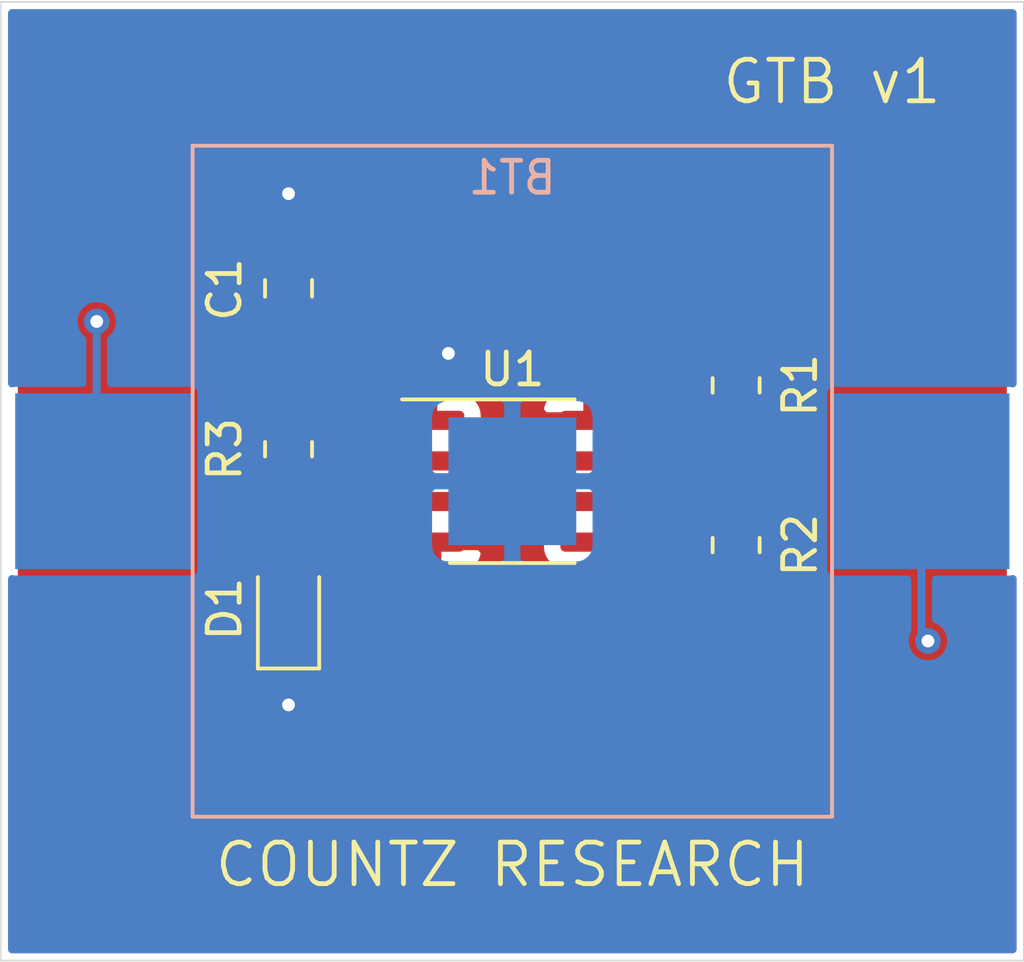
<source format=kicad_pcb>
(kicad_pcb (version 20171130) (host pcbnew "(5.1.9-0-10_14)")

  (general
    (thickness 1.6)
    (drawings 6)
    (tracks 34)
    (zones 0)
    (modules 7)
    (nets 8)
  )

  (page A4)
  (layers
    (0 F.Cu signal)
    (31 B.Cu signal)
    (32 B.Adhes user)
    (33 F.Adhes user)
    (34 B.Paste user)
    (35 F.Paste user)
    (36 B.SilkS user)
    (37 F.SilkS user)
    (38 B.Mask user)
    (39 F.Mask user)
    (40 Dwgs.User user)
    (41 Cmts.User user)
    (42 Eco1.User user)
    (43 Eco2.User user)
    (44 Edge.Cuts user)
    (45 Margin user)
    (46 B.CrtYd user)
    (47 F.CrtYd user)
    (48 B.Fab user)
    (49 F.Fab user)
  )

  (setup
    (last_trace_width 0.25)
    (trace_clearance 0.2)
    (zone_clearance 0.2)
    (zone_45_only no)
    (trace_min 0.2)
    (via_size 0.8)
    (via_drill 0.4)
    (via_min_size 0.4)
    (via_min_drill 0.3)
    (uvia_size 0.3)
    (uvia_drill 0.1)
    (uvias_allowed no)
    (uvia_min_size 0.2)
    (uvia_min_drill 0.1)
    (edge_width 0.05)
    (segment_width 0.2)
    (pcb_text_width 0.3)
    (pcb_text_size 1.5 1.5)
    (mod_edge_width 0.12)
    (mod_text_size 1.3 1.3)
    (mod_text_width 0.15)
    (pad_size 1.524 1.524)
    (pad_drill 0.762)
    (pad_to_mask_clearance 0)
    (aux_axis_origin 0 0)
    (visible_elements FFFFFF7F)
    (pcbplotparams
      (layerselection 0x010fc_ffffffff)
      (usegerberextensions false)
      (usegerberattributes true)
      (usegerberadvancedattributes true)
      (creategerberjobfile true)
      (excludeedgelayer true)
      (linewidth 0.100000)
      (plotframeref false)
      (viasonmask false)
      (mode 1)
      (useauxorigin false)
      (hpglpennumber 1)
      (hpglpenspeed 20)
      (hpglpendiameter 15.000000)
      (psnegative false)
      (psa4output false)
      (plotreference true)
      (plotvalue false)
      (plotinvisibletext false)
      (padsonsilk false)
      (subtractmaskfromsilk false)
      (outputformat 1)
      (mirror false)
      (drillshape 0)
      (scaleselection 1)
      (outputdirectory "gerbers/"))
  )

  (net 0 "")
  (net 1 GND)
  (net 2 "Net-(C1-Pad1)")
  (net 3 "Net-(D1-Pad2)")
  (net 4 "Net-(R1-Pad2)")
  (net 5 "Net-(R3-Pad1)")
  (net 6 "Net-(U1-Pad5)")
  (net 7 /VDD)

  (net_class Default "This is the default net class."
    (clearance 0.2)
    (trace_width 0.25)
    (via_dia 0.8)
    (via_drill 0.4)
    (uvia_dia 0.3)
    (uvia_drill 0.1)
    (add_net /VDD)
    (add_net GND)
    (add_net "Net-(C1-Pad1)")
    (add_net "Net-(D1-Pad2)")
    (add_net "Net-(R1-Pad2)")
    (add_net "Net-(R3-Pad1)")
    (add_net "Net-(U1-Pad5)")
  )

  (module Capacitor_SMD:C_0805_2012Metric_Pad1.18x1.45mm_HandSolder (layer F.Cu) (tedit 5F68FEEF) (tstamp 604B2F41)
    (at 125 97.9625 90)
    (descr "Capacitor SMD 0805 (2012 Metric), square (rectangular) end terminal, IPC_7351 nominal with elongated pad for handsoldering. (Body size source: IPC-SM-782 page 76, https://www.pcb-3d.com/wordpress/wp-content/uploads/ipc-sm-782a_amendment_1_and_2.pdf, https://docs.google.com/spreadsheets/d/1BsfQQcO9C6DZCsRaXUlFlo91Tg2WpOkGARC1WS5S8t0/edit?usp=sharing), generated with kicad-footprint-generator")
    (tags "capacitor handsolder")
    (path /604BAD91)
    (attr smd)
    (fp_text reference C1 (at -0.0375 -2 90) (layer F.SilkS)
      (effects (font (size 1 1) (thickness 0.15)))
    )
    (fp_text value 1U (at 0 1.68 90) (layer F.Fab) hide
      (effects (font (size 1 1) (thickness 0.15)))
    )
    (fp_line (start 1.88 0.98) (end -1.88 0.98) (layer F.CrtYd) (width 0.05))
    (fp_line (start 1.88 -0.98) (end 1.88 0.98) (layer F.CrtYd) (width 0.05))
    (fp_line (start -1.88 -0.98) (end 1.88 -0.98) (layer F.CrtYd) (width 0.05))
    (fp_line (start -1.88 0.98) (end -1.88 -0.98) (layer F.CrtYd) (width 0.05))
    (fp_line (start -0.261252 0.735) (end 0.261252 0.735) (layer F.SilkS) (width 0.12))
    (fp_line (start -0.261252 -0.735) (end 0.261252 -0.735) (layer F.SilkS) (width 0.12))
    (fp_line (start 1 0.625) (end -1 0.625) (layer F.Fab) (width 0.1))
    (fp_line (start 1 -0.625) (end 1 0.625) (layer F.Fab) (width 0.1))
    (fp_line (start -1 -0.625) (end 1 -0.625) (layer F.Fab) (width 0.1))
    (fp_line (start -1 0.625) (end -1 -0.625) (layer F.Fab) (width 0.1))
    (fp_text user %R (at 0 0 90) (layer F.Fab)
      (effects (font (size 0.5 0.5) (thickness 0.08)))
    )
    (pad 1 smd roundrect (at -1.0375 0 90) (size 1.175 1.45) (layers F.Cu F.Paste F.Mask) (roundrect_rratio 0.2127659574468085)
      (net 2 "Net-(C1-Pad1)"))
    (pad 2 smd roundrect (at 1.0375 0 90) (size 1.175 1.45) (layers F.Cu F.Paste F.Mask) (roundrect_rratio 0.2127659574468085)
      (net 1 GND))
    (model ${KISYS3DMOD}/Capacitor_SMD.3dshapes/C_0805_2012Metric.wrl
      (at (xyz 0 0 0))
      (scale (xyz 1 1 1))
      (rotate (xyz 0 0 0))
    )
  )

  (module Package_SO:SOIC-8_3.9x4.9mm_P1.27mm (layer F.Cu) (tedit 5D9F72B1) (tstamp 604B244F)
    (at 132 104)
    (descr "SOIC, 8 Pin (JEDEC MS-012AA, https://www.analog.com/media/en/package-pcb-resources/package/pkg_pdf/soic_narrow-r/r_8.pdf), generated with kicad-footprint-generator ipc_gullwing_generator.py")
    (tags "SOIC SO")
    (path /604B7F99)
    (attr smd)
    (fp_text reference U1 (at 0 -3.5) (layer F.SilkS)
      (effects (font (size 1 1) (thickness 0.15)))
    )
    (fp_text value 7555 (at 0 3.4) (layer F.Fab) hide
      (effects (font (size 1 1) (thickness 0.15)))
    )
    (fp_text user %R (at 0 0) (layer F.Fab)
      (effects (font (size 0.98 0.98) (thickness 0.15)))
    )
    (fp_line (start 0 2.56) (end 1.95 2.56) (layer F.SilkS) (width 0.12))
    (fp_line (start 0 2.56) (end -1.95 2.56) (layer F.SilkS) (width 0.12))
    (fp_line (start 0 -2.56) (end 1.95 -2.56) (layer F.SilkS) (width 0.12))
    (fp_line (start 0 -2.56) (end -3.45 -2.56) (layer F.SilkS) (width 0.12))
    (fp_line (start -0.975 -2.45) (end 1.95 -2.45) (layer F.Fab) (width 0.1))
    (fp_line (start 1.95 -2.45) (end 1.95 2.45) (layer F.Fab) (width 0.1))
    (fp_line (start 1.95 2.45) (end -1.95 2.45) (layer F.Fab) (width 0.1))
    (fp_line (start -1.95 2.45) (end -1.95 -1.475) (layer F.Fab) (width 0.1))
    (fp_line (start -1.95 -1.475) (end -0.975 -2.45) (layer F.Fab) (width 0.1))
    (fp_line (start -3.7 -2.7) (end -3.7 2.7) (layer F.CrtYd) (width 0.05))
    (fp_line (start -3.7 2.7) (end 3.7 2.7) (layer F.CrtYd) (width 0.05))
    (fp_line (start 3.7 2.7) (end 3.7 -2.7) (layer F.CrtYd) (width 0.05))
    (fp_line (start 3.7 -2.7) (end -3.7 -2.7) (layer F.CrtYd) (width 0.05))
    (pad 8 smd roundrect (at 2.475 -1.905) (size 1.95 0.6) (layers F.Cu F.Paste F.Mask) (roundrect_rratio 0.25)
      (net 7 /VDD))
    (pad 7 smd roundrect (at 2.475 -0.635) (size 1.95 0.6) (layers F.Cu F.Paste F.Mask) (roundrect_rratio 0.25)
      (net 4 "Net-(R1-Pad2)"))
    (pad 6 smd roundrect (at 2.475 0.635) (size 1.95 0.6) (layers F.Cu F.Paste F.Mask) (roundrect_rratio 0.25)
      (net 2 "Net-(C1-Pad1)"))
    (pad 5 smd roundrect (at 2.475 1.905) (size 1.95 0.6) (layers F.Cu F.Paste F.Mask) (roundrect_rratio 0.25)
      (net 6 "Net-(U1-Pad5)"))
    (pad 4 smd roundrect (at -2.475 1.905) (size 1.95 0.6) (layers F.Cu F.Paste F.Mask) (roundrect_rratio 0.25)
      (net 7 /VDD))
    (pad 3 smd roundrect (at -2.475 0.635) (size 1.95 0.6) (layers F.Cu F.Paste F.Mask) (roundrect_rratio 0.25)
      (net 5 "Net-(R3-Pad1)"))
    (pad 2 smd roundrect (at -2.475 -0.635) (size 1.95 0.6) (layers F.Cu F.Paste F.Mask) (roundrect_rratio 0.25)
      (net 2 "Net-(C1-Pad1)"))
    (pad 1 smd roundrect (at -2.475 -1.905) (size 1.95 0.6) (layers F.Cu F.Paste F.Mask) (roundrect_rratio 0.25)
      (net 1 GND))
    (model ${KISYS3DMOD}/Package_SO.3dshapes/SOIC-8_3.9x4.9mm_P1.27mm.wrl
      (at (xyz 0 0 0))
      (scale (xyz 1 1 1))
      (rotate (xyz 0 0 0))
    )
  )

  (module Resistor_SMD:R_0805_2012Metric_Pad1.20x1.40mm_HandSolder (layer F.Cu) (tedit 5F68FEEE) (tstamp 604B2ECE)
    (at 125 103 270)
    (descr "Resistor SMD 0805 (2012 Metric), square (rectangular) end terminal, IPC_7351 nominal with elongated pad for handsoldering. (Body size source: IPC-SM-782 page 72, https://www.pcb-3d.com/wordpress/wp-content/uploads/ipc-sm-782a_amendment_1_and_2.pdf), generated with kicad-footprint-generator")
    (tags "resistor handsolder")
    (path /604BA330)
    (attr smd)
    (fp_text reference R3 (at 0 2 90) (layer F.SilkS)
      (effects (font (size 1 1) (thickness 0.15)))
    )
    (fp_text value 1K (at 0 1.65 90) (layer F.Fab) hide
      (effects (font (size 1 1) (thickness 0.15)))
    )
    (fp_line (start 1.85 0.95) (end -1.85 0.95) (layer F.CrtYd) (width 0.05))
    (fp_line (start 1.85 -0.95) (end 1.85 0.95) (layer F.CrtYd) (width 0.05))
    (fp_line (start -1.85 -0.95) (end 1.85 -0.95) (layer F.CrtYd) (width 0.05))
    (fp_line (start -1.85 0.95) (end -1.85 -0.95) (layer F.CrtYd) (width 0.05))
    (fp_line (start -0.227064 0.735) (end 0.227064 0.735) (layer F.SilkS) (width 0.12))
    (fp_line (start -0.227064 -0.735) (end 0.227064 -0.735) (layer F.SilkS) (width 0.12))
    (fp_line (start 1 0.625) (end -1 0.625) (layer F.Fab) (width 0.1))
    (fp_line (start 1 -0.625) (end 1 0.625) (layer F.Fab) (width 0.1))
    (fp_line (start -1 -0.625) (end 1 -0.625) (layer F.Fab) (width 0.1))
    (fp_line (start -1 0.625) (end -1 -0.625) (layer F.Fab) (width 0.1))
    (fp_text user %R (at 0 0 90) (layer F.Fab)
      (effects (font (size 0.5 0.5) (thickness 0.08)))
    )
    (pad 1 smd roundrect (at -1 0 270) (size 1.2 1.4) (layers F.Cu F.Paste F.Mask) (roundrect_rratio 0.2083325)
      (net 5 "Net-(R3-Pad1)"))
    (pad 2 smd roundrect (at 1 0 270) (size 1.2 1.4) (layers F.Cu F.Paste F.Mask) (roundrect_rratio 0.2083325)
      (net 3 "Net-(D1-Pad2)"))
    (model ${KISYS3DMOD}/Resistor_SMD.3dshapes/R_0805_2012Metric.wrl
      (at (xyz 0 0 0))
      (scale (xyz 1 1 1))
      (rotate (xyz 0 0 0))
    )
  )

  (module Resistor_SMD:R_0805_2012Metric_Pad1.20x1.40mm_HandSolder (layer F.Cu) (tedit 5F68FEEE) (tstamp 604B227F)
    (at 139 106 270)
    (descr "Resistor SMD 0805 (2012 Metric), square (rectangular) end terminal, IPC_7351 nominal with elongated pad for handsoldering. (Body size source: IPC-SM-782 page 72, https://www.pcb-3d.com/wordpress/wp-content/uploads/ipc-sm-782a_amendment_1_and_2.pdf), generated with kicad-footprint-generator")
    (tags "resistor handsolder")
    (path /604B9E81)
    (attr smd)
    (fp_text reference R2 (at 0 -2 90) (layer F.SilkS)
      (effects (font (size 1 1) (thickness 0.15)))
    )
    (fp_text value 470K (at 0 1.65 90) (layer F.Fab) hide
      (effects (font (size 1 1) (thickness 0.15)))
    )
    (fp_text user %R (at 0 0 90) (layer F.Fab)
      (effects (font (size 0.5 0.5) (thickness 0.08)))
    )
    (fp_line (start -1 0.625) (end -1 -0.625) (layer F.Fab) (width 0.1))
    (fp_line (start -1 -0.625) (end 1 -0.625) (layer F.Fab) (width 0.1))
    (fp_line (start 1 -0.625) (end 1 0.625) (layer F.Fab) (width 0.1))
    (fp_line (start 1 0.625) (end -1 0.625) (layer F.Fab) (width 0.1))
    (fp_line (start -0.227064 -0.735) (end 0.227064 -0.735) (layer F.SilkS) (width 0.12))
    (fp_line (start -0.227064 0.735) (end 0.227064 0.735) (layer F.SilkS) (width 0.12))
    (fp_line (start -1.85 0.95) (end -1.85 -0.95) (layer F.CrtYd) (width 0.05))
    (fp_line (start -1.85 -0.95) (end 1.85 -0.95) (layer F.CrtYd) (width 0.05))
    (fp_line (start 1.85 -0.95) (end 1.85 0.95) (layer F.CrtYd) (width 0.05))
    (fp_line (start 1.85 0.95) (end -1.85 0.95) (layer F.CrtYd) (width 0.05))
    (pad 2 smd roundrect (at 1 0 270) (size 1.2 1.4) (layers F.Cu F.Paste F.Mask) (roundrect_rratio 0.2083325)
      (net 2 "Net-(C1-Pad1)"))
    (pad 1 smd roundrect (at -1 0 270) (size 1.2 1.4) (layers F.Cu F.Paste F.Mask) (roundrect_rratio 0.2083325)
      (net 4 "Net-(R1-Pad2)"))
    (model ${KISYS3DMOD}/Resistor_SMD.3dshapes/R_0805_2012Metric.wrl
      (at (xyz 0 0 0))
      (scale (xyz 1 1 1))
      (rotate (xyz 0 0 0))
    )
  )

  (module Resistor_SMD:R_0805_2012Metric_Pad1.20x1.40mm_HandSolder (layer F.Cu) (tedit 5F68FEEE) (tstamp 604B226E)
    (at 139 101 270)
    (descr "Resistor SMD 0805 (2012 Metric), square (rectangular) end terminal, IPC_7351 nominal with elongated pad for handsoldering. (Body size source: IPC-SM-782 page 72, https://www.pcb-3d.com/wordpress/wp-content/uploads/ipc-sm-782a_amendment_1_and_2.pdf), generated with kicad-footprint-generator")
    (tags "resistor handsolder")
    (path /604B9938)
    (attr smd)
    (fp_text reference R1 (at 0 -2 90) (layer F.SilkS)
      (effects (font (size 1 1) (thickness 0.15)))
    )
    (fp_text value 1K (at 0 1.65 90) (layer F.Fab) hide
      (effects (font (size 1 1) (thickness 0.15)))
    )
    (fp_text user %R (at 0 0 90) (layer F.Fab)
      (effects (font (size 0.5 0.5) (thickness 0.08)))
    )
    (fp_line (start -1 0.625) (end -1 -0.625) (layer F.Fab) (width 0.1))
    (fp_line (start -1 -0.625) (end 1 -0.625) (layer F.Fab) (width 0.1))
    (fp_line (start 1 -0.625) (end 1 0.625) (layer F.Fab) (width 0.1))
    (fp_line (start 1 0.625) (end -1 0.625) (layer F.Fab) (width 0.1))
    (fp_line (start -0.227064 -0.735) (end 0.227064 -0.735) (layer F.SilkS) (width 0.12))
    (fp_line (start -0.227064 0.735) (end 0.227064 0.735) (layer F.SilkS) (width 0.12))
    (fp_line (start -1.85 0.95) (end -1.85 -0.95) (layer F.CrtYd) (width 0.05))
    (fp_line (start -1.85 -0.95) (end 1.85 -0.95) (layer F.CrtYd) (width 0.05))
    (fp_line (start 1.85 -0.95) (end 1.85 0.95) (layer F.CrtYd) (width 0.05))
    (fp_line (start 1.85 0.95) (end -1.85 0.95) (layer F.CrtYd) (width 0.05))
    (pad 2 smd roundrect (at 1 0 270) (size 1.2 1.4) (layers F.Cu F.Paste F.Mask) (roundrect_rratio 0.2083325)
      (net 4 "Net-(R1-Pad2)"))
    (pad 1 smd roundrect (at -1 0 270) (size 1.2 1.4) (layers F.Cu F.Paste F.Mask) (roundrect_rratio 0.2083325)
      (net 7 /VDD))
    (model ${KISYS3DMOD}/Resistor_SMD.3dshapes/R_0805_2012Metric.wrl
      (at (xyz 0 0 0))
      (scale (xyz 1 1 1))
      (rotate (xyz 0 0 0))
    )
  )

  (module LED_SMD:LED_0805_2012Metric_Pad1.15x1.40mm_HandSolder (layer F.Cu) (tedit 5F68FEF1) (tstamp 604B2605)
    (at 125 108 90)
    (descr "LED SMD 0805 (2012 Metric), square (rectangular) end terminal, IPC_7351 nominal, (Body size source: https://docs.google.com/spreadsheets/d/1BsfQQcO9C6DZCsRaXUlFlo91Tg2WpOkGARC1WS5S8t0/edit?usp=sharing), generated with kicad-footprint-generator")
    (tags "LED handsolder")
    (path /604BB90F)
    (attr smd)
    (fp_text reference D1 (at 0 -2 90) (layer F.SilkS)
      (effects (font (size 1 1) (thickness 0.15)))
    )
    (fp_text value LED (at 0 1.65 90) (layer F.Fab) hide
      (effects (font (size 1 1) (thickness 0.15)))
    )
    (fp_text user %R (at 0 0 90) (layer F.Fab)
      (effects (font (size 0.5 0.5) (thickness 0.08)))
    )
    (fp_line (start 1 -0.6) (end -0.7 -0.6) (layer F.Fab) (width 0.1))
    (fp_line (start -0.7 -0.6) (end -1 -0.3) (layer F.Fab) (width 0.1))
    (fp_line (start -1 -0.3) (end -1 0.6) (layer F.Fab) (width 0.1))
    (fp_line (start -1 0.6) (end 1 0.6) (layer F.Fab) (width 0.1))
    (fp_line (start 1 0.6) (end 1 -0.6) (layer F.Fab) (width 0.1))
    (fp_line (start 1 -0.96) (end -1.86 -0.96) (layer F.SilkS) (width 0.12))
    (fp_line (start -1.86 -0.96) (end -1.86 0.96) (layer F.SilkS) (width 0.12))
    (fp_line (start -1.86 0.96) (end 1 0.96) (layer F.SilkS) (width 0.12))
    (fp_line (start -1.85 0.95) (end -1.85 -0.95) (layer F.CrtYd) (width 0.05))
    (fp_line (start -1.85 -0.95) (end 1.85 -0.95) (layer F.CrtYd) (width 0.05))
    (fp_line (start 1.85 -0.95) (end 1.85 0.95) (layer F.CrtYd) (width 0.05))
    (fp_line (start 1.85 0.95) (end -1.85 0.95) (layer F.CrtYd) (width 0.05))
    (pad 2 smd roundrect (at 1.025 0 90) (size 1.15 1.4) (layers F.Cu F.Paste F.Mask) (roundrect_rratio 0.2173904347826087)
      (net 3 "Net-(D1-Pad2)"))
    (pad 1 smd roundrect (at -1.025 0 90) (size 1.15 1.4) (layers F.Cu F.Paste F.Mask) (roundrect_rratio 0.2173904347826087)
      (net 1 GND))
    (model ${KISYS3DMOD}/LED_SMD.3dshapes/LED_0805_2012Metric.wrl
      (at (xyz 0 0 0))
      (scale (xyz 1 1 1))
      (rotate (xyz 0 0 0))
    )
  )

  (module getting_to_blinky:S8211-46R (layer B.Cu) (tedit 604AC940) (tstamp 604B2239)
    (at 132 104)
    (path /604BC464)
    (fp_text reference BT1 (at 0 -9.5) (layer B.SilkS)
      (effects (font (size 1 1) (thickness 0.15)) (justify mirror))
    )
    (fp_text value CR2032 (at 0 5.08) (layer B.Fab) hide
      (effects (font (size 1 1) (thickness 0.15)) (justify mirror))
    )
    (fp_line (start -10 10.5) (end 10 10.5) (layer B.SilkS) (width 0.12))
    (fp_line (start 10 10.5) (end 10 -10.5) (layer B.SilkS) (width 0.12))
    (fp_line (start 10 -10.5) (end -10 -10.5) (layer B.SilkS) (width 0.12))
    (fp_line (start -10 -10.5) (end -10 10.5) (layer B.SilkS) (width 0.12))
    (fp_line (start -15.5 0) (end -15.5 15) (layer B.CrtYd) (width 0.12))
    (fp_line (start -15.5 15) (end 15.5 15) (layer B.CrtYd) (width 0.12))
    (fp_line (start 15.5 15) (end 15.5 -15) (layer B.CrtYd) (width 0.12))
    (fp_line (start 15.5 -15) (end -15.5 -15) (layer B.CrtYd) (width 0.12))
    (fp_line (start -15.5 -15) (end -15.5 0) (layer B.CrtYd) (width 0.12))
    (pad 1 smd rect (at 12.8 0) (size 5.5 5.5) (layers B.Cu B.Paste B.Mask)
      (net 7 /VDD))
    (pad 2 smd rect (at 0 0) (size 4 4) (layers B.Cu B.Paste B.Mask)
      (net 1 GND))
    (pad 1 smd rect (at -12.8 0) (size 5.5 5.5) (layers B.Cu B.Paste B.Mask)
      (net 7 /VDD))
  )

  (gr_text "GTB v1" (at 142 91.5) (layer F.SilkS)
    (effects (font (size 1.3 1.3) (thickness 0.15)))
  )
  (gr_text "COUNTZ RESEARCH" (at 132 116) (layer F.SilkS)
    (effects (font (size 1.3 1.3) (thickness 0.15)))
  )
  (gr_line (start 148 89) (end 116 89) (layer Edge.Cuts) (width 0.05) (tstamp 604B23A9))
  (gr_line (start 148 119) (end 148 89) (layer Edge.Cuts) (width 0.05))
  (gr_line (start 116 119) (end 148 119) (layer Edge.Cuts) (width 0.05))
  (gr_line (start 116 89) (end 116 119) (layer Edge.Cuts) (width 0.05))

  (segment (start 125 109.025) (end 125 109) (width 0.25) (layer F.Cu) (net 1))
  (segment (start 125 96.925) (end 125 95) (width 0.25) (layer F.Cu) (net 1))
  (via (at 125 95) (size 0.8) (drill 0.4) (layers F.Cu B.Cu) (net 1))
  (segment (start 125 109.025) (end 125 111) (width 0.25) (layer F.Cu) (net 1))
  (via (at 125 111) (size 0.8) (drill 0.4) (layers F.Cu B.Cu) (net 1))
  (segment (start 129.525 102.095) (end 129.525 100.475) (width 0.25) (layer F.Cu) (net 1))
  (segment (start 129.525 100.475) (end 130 100) (width 0.25) (layer F.Cu) (net 1))
  (via (at 130 100) (size 0.8) (drill 0.4) (layers F.Cu B.Cu) (net 1))
  (segment (start 138.3 107) (end 139 107) (width 0.25) (layer F.Cu) (net 2))
  (segment (start 136.635 104.635) (end 139 107) (width 0.25) (layer F.Cu) (net 2))
  (segment (start 134.475 104.635) (end 136.635 104.635) (width 0.25) (layer F.Cu) (net 2))
  (segment (start 131.365 103.365) (end 129.525 103.365) (width 0.25) (layer F.Cu) (net 2))
  (segment (start 132.635 104.635) (end 131.365 103.365) (width 0.25) (layer F.Cu) (net 2))
  (segment (start 134.475 104.635) (end 132.635 104.635) (width 0.25) (layer F.Cu) (net 2))
  (segment (start 128.7775 103.365) (end 129.525 103.365) (width 0.25) (layer F.Cu) (net 2))
  (segment (start 125 99.5875) (end 128.7775 103.365) (width 0.25) (layer F.Cu) (net 2))
  (segment (start 125 99) (end 125 99.5875) (width 0.25) (layer F.Cu) (net 2))
  (segment (start 125 104) (end 125 106.975) (width 0.25) (layer F.Cu) (net 3))
  (segment (start 137.635 103.365) (end 139 102) (width 0.25) (layer F.Cu) (net 4))
  (segment (start 134.475 103.365) (end 137.635 103.365) (width 0.25) (layer F.Cu) (net 4))
  (segment (start 139 104.8) (end 139 105) (width 0.25) (layer F.Cu) (net 4))
  (segment (start 134.475 103.365) (end 137.565 103.365) (width 0.25) (layer F.Cu) (net 4))
  (segment (start 139 105) (end 139 104.6) (width 0.25) (layer F.Cu) (net 4))
  (segment (start 139 104.6) (end 139 102) (width 0.25) (layer F.Cu) (net 4))
  (segment (start 127.635 104.635) (end 129.525 104.635) (width 0.25) (layer F.Cu) (net 5))
  (segment (start 125 102) (end 127.635 104.635) (width 0.25) (layer F.Cu) (net 5))
  (segment (start 136.905 102.095) (end 139 100) (width 0.25) (layer F.Cu) (net 7))
  (segment (start 134.475 102.095) (end 136.905 102.095) (width 0.25) (layer F.Cu) (net 7))
  (segment (start 144.8 108.8) (end 145 109) (width 0.25) (layer B.Cu) (net 7))
  (segment (start 144.8 104) (end 144.8 108.8) (width 0.25) (layer B.Cu) (net 7))
  (segment (start 119.2 104) (end 119 104) (width 0.25) (layer B.Cu) (net 7) (status 1000000))
  (via (at 145 109) (size 0.8) (drill 0.4) (layers F.Cu B.Cu) (net 7))
  (via (at 119 99) (size 0.8) (drill 0.4) (layers F.Cu B.Cu) (net 7))
  (segment (start 119 104) (end 119 99) (width 0.25) (layer B.Cu) (net 7))

  (zone (net 1) (net_name GND) (layer B.Cu) (tstamp 604B3413) (hatch edge 0.508)
    (connect_pads (clearance 0.2))
    (min_thickness 0.25)
    (fill yes (arc_segments 32) (thermal_gap 0.508) (thermal_bridge_width 0.508))
    (polygon
      (pts
        (xy 148 119) (xy 116 119) (xy 116 89) (xy 148 89)
      )
    )
    (filled_polygon
      (pts
        (xy 147.650001 100.940711) (xy 147.613711 100.929703) (xy 147.55 100.923428) (xy 142.05 100.923428) (xy 141.986289 100.929703)
        (xy 141.925026 100.948287) (xy 141.868566 100.978465) (xy 141.819079 101.019079) (xy 141.778465 101.068566) (xy 141.748287 101.125026)
        (xy 141.729703 101.186289) (xy 141.723428 101.25) (xy 141.723428 106.75) (xy 141.729703 106.813711) (xy 141.748287 106.874974)
        (xy 141.778465 106.931434) (xy 141.819079 106.980921) (xy 141.868566 107.021535) (xy 141.925026 107.051713) (xy 141.986289 107.070297)
        (xy 142.05 107.076572) (xy 144.350001 107.076572) (xy 144.350001 108.67472) (xy 144.302861 108.788525) (xy 144.275 108.928594)
        (xy 144.275 109.071406) (xy 144.302861 109.211475) (xy 144.357513 109.343416) (xy 144.436856 109.462161) (xy 144.537839 109.563144)
        (xy 144.656584 109.642487) (xy 144.788525 109.697139) (xy 144.928594 109.725) (xy 145.071406 109.725) (xy 145.211475 109.697139)
        (xy 145.343416 109.642487) (xy 145.462161 109.563144) (xy 145.563144 109.462161) (xy 145.642487 109.343416) (xy 145.697139 109.211475)
        (xy 145.725 109.071406) (xy 145.725 108.928594) (xy 145.697139 108.788525) (xy 145.642487 108.656584) (xy 145.563144 108.537839)
        (xy 145.462161 108.436856) (xy 145.343416 108.357513) (xy 145.25 108.318819) (xy 145.25 107.076572) (xy 147.55 107.076572)
        (xy 147.613711 107.070297) (xy 147.65 107.059289) (xy 147.65 118.65) (xy 116.35 118.65) (xy 116.35 107.059289)
        (xy 116.386289 107.070297) (xy 116.45 107.076572) (xy 121.95 107.076572) (xy 122.013711 107.070297) (xy 122.074974 107.051713)
        (xy 122.131434 107.021535) (xy 122.180921 106.980921) (xy 122.221535 106.931434) (xy 122.251713 106.874974) (xy 122.270297 106.813711)
        (xy 122.276572 106.75) (xy 122.276572 106) (xy 129.363937 106) (xy 129.376159 106.12409) (xy 129.412354 106.243411)
        (xy 129.471133 106.353378) (xy 129.550236 106.449764) (xy 129.646622 106.528867) (xy 129.756589 106.587646) (xy 129.87591 106.623841)
        (xy 130 106.636063) (xy 131.71275 106.633) (xy 131.871 106.47475) (xy 131.871 104.129) (xy 132.129 104.129)
        (xy 132.129 106.47475) (xy 132.28725 106.633) (xy 134 106.636063) (xy 134.12409 106.623841) (xy 134.243411 106.587646)
        (xy 134.353378 106.528867) (xy 134.449764 106.449764) (xy 134.528867 106.353378) (xy 134.587646 106.243411) (xy 134.623841 106.12409)
        (xy 134.636063 106) (xy 134.633 104.28725) (xy 134.47475 104.129) (xy 132.129 104.129) (xy 131.871 104.129)
        (xy 129.52525 104.129) (xy 129.367 104.28725) (xy 129.363937 106) (xy 122.276572 106) (xy 122.276572 102)
        (xy 129.363937 102) (xy 129.367 103.71275) (xy 129.52525 103.871) (xy 131.871 103.871) (xy 131.871 101.52525)
        (xy 132.129 101.52525) (xy 132.129 103.871) (xy 134.47475 103.871) (xy 134.633 103.71275) (xy 134.636063 102)
        (xy 134.623841 101.87591) (xy 134.587646 101.756589) (xy 134.528867 101.646622) (xy 134.449764 101.550236) (xy 134.353378 101.471133)
        (xy 134.243411 101.412354) (xy 134.12409 101.376159) (xy 134 101.363937) (xy 132.28725 101.367) (xy 132.129 101.52525)
        (xy 131.871 101.52525) (xy 131.71275 101.367) (xy 130 101.363937) (xy 129.87591 101.376159) (xy 129.756589 101.412354)
        (xy 129.646622 101.471133) (xy 129.550236 101.550236) (xy 129.471133 101.646622) (xy 129.412354 101.756589) (xy 129.376159 101.87591)
        (xy 129.363937 102) (xy 122.276572 102) (xy 122.276572 101.25) (xy 122.270297 101.186289) (xy 122.251713 101.125026)
        (xy 122.221535 101.068566) (xy 122.180921 101.019079) (xy 122.131434 100.978465) (xy 122.074974 100.948287) (xy 122.013711 100.929703)
        (xy 121.95 100.923428) (xy 119.45 100.923428) (xy 119.45 99.57127) (xy 119.462161 99.563144) (xy 119.563144 99.462161)
        (xy 119.642487 99.343416) (xy 119.697139 99.211475) (xy 119.725 99.071406) (xy 119.725 98.928594) (xy 119.697139 98.788525)
        (xy 119.642487 98.656584) (xy 119.563144 98.537839) (xy 119.462161 98.436856) (xy 119.343416 98.357513) (xy 119.211475 98.302861)
        (xy 119.071406 98.275) (xy 118.928594 98.275) (xy 118.788525 98.302861) (xy 118.656584 98.357513) (xy 118.537839 98.436856)
        (xy 118.436856 98.537839) (xy 118.357513 98.656584) (xy 118.302861 98.788525) (xy 118.275 98.928594) (xy 118.275 99.071406)
        (xy 118.302861 99.211475) (xy 118.357513 99.343416) (xy 118.436856 99.462161) (xy 118.537839 99.563144) (xy 118.550001 99.57127)
        (xy 118.550001 100.923428) (xy 116.45 100.923428) (xy 116.386289 100.929703) (xy 116.35 100.940711) (xy 116.35 89.35)
        (xy 147.650001 89.35)
      )
    )
  )
  (zone (net 7) (net_name /VDD) (layer F.Cu) (tstamp 604B3410) (hatch edge 0.508)
    (connect_pads (clearance 0.508))
    (min_thickness 0.254)
    (fill yes (arc_segments 32) (thermal_gap 0.508) (thermal_bridge_width 0.508))
    (polygon
      (pts
        (xy 148 119) (xy 116 119) (xy 116 89) (xy 148 89)
      )
    )
    (filled_polygon
      (pts
        (xy 147.34 118.34) (xy 116.66 118.34) (xy 116.66 96.5875) (xy 123.636928 96.5875) (xy 123.636928 97.2625)
        (xy 123.653992 97.435754) (xy 123.704528 97.60235) (xy 123.786595 97.755886) (xy 123.897038 97.890462) (xy 123.984817 97.9625)
        (xy 123.897038 98.034538) (xy 123.786595 98.169114) (xy 123.704528 98.32265) (xy 123.653992 98.489246) (xy 123.636928 98.6625)
        (xy 123.636928 99.3375) (xy 123.653992 99.510754) (xy 123.704528 99.67735) (xy 123.786595 99.830886) (xy 123.897038 99.965462)
        (xy 124.031614 100.075905) (xy 124.18515 100.157972) (xy 124.351746 100.208508) (xy 124.525 100.225572) (xy 124.563271 100.225572)
        (xy 125.099627 100.761928) (xy 124.549999 100.761928) (xy 124.376745 100.778992) (xy 124.210149 100.829528) (xy 124.056613 100.911595)
        (xy 123.922038 101.022038) (xy 123.811595 101.156613) (xy 123.729528 101.310149) (xy 123.678992 101.476745) (xy 123.661928 101.649999)
        (xy 123.661928 102.350001) (xy 123.678992 102.523255) (xy 123.729528 102.689851) (xy 123.811595 102.843387) (xy 123.922038 102.977962)
        (xy 123.948891 103) (xy 123.922038 103.022038) (xy 123.811595 103.156613) (xy 123.729528 103.310149) (xy 123.678992 103.476745)
        (xy 123.661928 103.649999) (xy 123.661928 104.350001) (xy 123.678992 104.523255) (xy 123.729528 104.689851) (xy 123.811595 104.843387)
        (xy 123.922038 104.977962) (xy 124.056613 105.088405) (xy 124.210149 105.170472) (xy 124.24 105.179527) (xy 124.240001 105.820473)
        (xy 124.210149 105.829528) (xy 124.056613 105.911595) (xy 123.922038 106.022038) (xy 123.811595 106.156613) (xy 123.729528 106.310149)
        (xy 123.678992 106.476745) (xy 123.661928 106.649999) (xy 123.661928 107.300001) (xy 123.678992 107.473255) (xy 123.729528 107.639851)
        (xy 123.811595 107.793387) (xy 123.922038 107.927962) (xy 124.009816 108) (xy 123.922038 108.072038) (xy 123.811595 108.206613)
        (xy 123.729528 108.360149) (xy 123.678992 108.526745) (xy 123.661928 108.699999) (xy 123.661928 109.350001) (xy 123.678992 109.523255)
        (xy 123.729528 109.689851) (xy 123.811595 109.843387) (xy 123.922038 109.977962) (xy 124.056613 110.088405) (xy 124.210149 110.170472)
        (xy 124.240001 110.179527) (xy 124.240001 110.296288) (xy 124.196063 110.340226) (xy 124.082795 110.509744) (xy 124.004774 110.698102)
        (xy 123.965 110.898061) (xy 123.965 111.101939) (xy 124.004774 111.301898) (xy 124.082795 111.490256) (xy 124.196063 111.659774)
        (xy 124.340226 111.803937) (xy 124.509744 111.917205) (xy 124.698102 111.995226) (xy 124.898061 112.035) (xy 125.101939 112.035)
        (xy 125.301898 111.995226) (xy 125.490256 111.917205) (xy 125.659774 111.803937) (xy 125.803937 111.659774) (xy 125.917205 111.490256)
        (xy 125.995226 111.301898) (xy 126.035 111.101939) (xy 126.035 110.898061) (xy 125.995226 110.698102) (xy 125.917205 110.509744)
        (xy 125.803937 110.340226) (xy 125.76 110.296289) (xy 125.76 110.179527) (xy 125.789851 110.170472) (xy 125.943387 110.088405)
        (xy 126.077962 109.977962) (xy 126.188405 109.843387) (xy 126.270472 109.689851) (xy 126.321008 109.523255) (xy 126.338072 109.350001)
        (xy 126.338072 108.699999) (xy 126.321008 108.526745) (xy 126.270472 108.360149) (xy 126.188405 108.206613) (xy 126.077962 108.072038)
        (xy 125.990184 108) (xy 126.077962 107.927962) (xy 126.188405 107.793387) (xy 126.270472 107.639851) (xy 126.321008 107.473255)
        (xy 126.338072 107.300001) (xy 126.338072 106.649999) (xy 126.321008 106.476745) (xy 126.270472 106.310149) (xy 126.214269 106.205)
        (xy 127.911928 106.205) (xy 127.924188 106.329482) (xy 127.960498 106.44918) (xy 128.019463 106.559494) (xy 128.098815 106.656185)
        (xy 128.195506 106.735537) (xy 128.30582 106.794502) (xy 128.425518 106.830812) (xy 128.55 106.843072) (xy 129.23925 106.84)
        (xy 129.398 106.68125) (xy 129.398 106.032) (xy 129.652 106.032) (xy 129.652 106.68125) (xy 129.81075 106.84)
        (xy 130.5 106.843072) (xy 130.624482 106.830812) (xy 130.74418 106.794502) (xy 130.854494 106.735537) (xy 130.951185 106.656185)
        (xy 131.030537 106.559494) (xy 131.089502 106.44918) (xy 131.125812 106.329482) (xy 131.138072 106.205) (xy 131.135 106.19075)
        (xy 130.97625 106.032) (xy 129.652 106.032) (xy 129.398 106.032) (xy 128.07375 106.032) (xy 127.915 106.19075)
        (xy 127.911928 106.205) (xy 126.214269 106.205) (xy 126.188405 106.156613) (xy 126.077962 106.022038) (xy 125.943387 105.911595)
        (xy 125.789851 105.829528) (xy 125.76 105.820473) (xy 125.76 105.179527) (xy 125.789851 105.170472) (xy 125.943387 105.088405)
        (xy 126.077962 104.977962) (xy 126.188405 104.843387) (xy 126.270472 104.689851) (xy 126.321008 104.523255) (xy 126.332435 104.407237)
        (xy 127.0712 105.146002) (xy 127.094999 105.175001) (xy 127.210724 105.269974) (xy 127.342753 105.340546) (xy 127.486014 105.384003)
        (xy 127.597667 105.395) (xy 127.597675 105.395) (xy 127.635 105.398676) (xy 127.672325 105.395) (xy 127.95013 105.395)
        (xy 127.924188 105.480518) (xy 127.911928 105.605) (xy 127.915 105.61925) (xy 128.07375 105.778) (xy 129.398 105.778)
        (xy 129.398 105.758) (xy 129.652 105.758) (xy 129.652 105.778) (xy 130.97625 105.778) (xy 131.135 105.61925)
        (xy 131.138072 105.605) (xy 131.125812 105.480518) (xy 131.089502 105.36082) (xy 131.030537 105.250506) (xy 131.00627 105.220936)
        (xy 131.078084 105.086582) (xy 131.122929 104.938745) (xy 131.138072 104.785) (xy 131.138072 104.485) (xy 131.122929 104.331255)
        (xy 131.078084 104.183418) (xy 131.046859 104.125) (xy 131.050199 104.125) (xy 132.0712 105.146002) (xy 132.094999 105.175001)
        (xy 132.210724 105.269974) (xy 132.342753 105.340546) (xy 132.486014 105.384003) (xy 132.597667 105.395) (xy 132.597676 105.395)
        (xy 132.634999 105.398676) (xy 132.672322 105.395) (xy 132.953141 105.395) (xy 132.921916 105.453418) (xy 132.877071 105.601255)
        (xy 132.861928 105.755) (xy 132.861928 106.055) (xy 132.877071 106.208745) (xy 132.921916 106.356582) (xy 132.994742 106.492829)
        (xy 133.092749 106.612251) (xy 133.212171 106.710258) (xy 133.348418 106.783084) (xy 133.496255 106.827929) (xy 133.65 106.843072)
        (xy 135.3 106.843072) (xy 135.453745 106.827929) (xy 135.601582 106.783084) (xy 135.737829 106.710258) (xy 135.857251 106.612251)
        (xy 135.955258 106.492829) (xy 136.028084 106.356582) (xy 136.072929 106.208745) (xy 136.088072 106.055) (xy 136.088072 105.755)
        (xy 136.072929 105.601255) (xy 136.028084 105.453418) (xy 135.996859 105.395) (xy 136.320199 105.395) (xy 137.607864 106.682665)
        (xy 137.594454 106.707753) (xy 137.550997 106.851014) (xy 137.536323 107) (xy 137.550997 107.148986) (xy 137.594454 107.292247)
        (xy 137.665026 107.424276) (xy 137.669819 107.430116) (xy 137.678992 107.523255) (xy 137.729528 107.689851) (xy 137.811595 107.843387)
        (xy 137.922038 107.977962) (xy 138.056613 108.088405) (xy 138.210149 108.170472) (xy 138.376745 108.221008) (xy 138.549999 108.238072)
        (xy 139.450001 108.238072) (xy 139.623255 108.221008) (xy 139.789851 108.170472) (xy 139.943387 108.088405) (xy 140.077962 107.977962)
        (xy 140.188405 107.843387) (xy 140.270472 107.689851) (xy 140.321008 107.523255) (xy 140.338072 107.350001) (xy 140.338072 106.649999)
        (xy 140.321008 106.476745) (xy 140.270472 106.310149) (xy 140.188405 106.156613) (xy 140.077962 106.022038) (xy 140.051109 106)
        (xy 140.077962 105.977962) (xy 140.188405 105.843387) (xy 140.270472 105.689851) (xy 140.321008 105.523255) (xy 140.338072 105.350001)
        (xy 140.338072 104.649999) (xy 140.321008 104.476745) (xy 140.270472 104.310149) (xy 140.188405 104.156613) (xy 140.077962 104.022038)
        (xy 139.943387 103.911595) (xy 139.789851 103.829528) (xy 139.76 103.820473) (xy 139.76 103.179527) (xy 139.789851 103.170472)
        (xy 139.943387 103.088405) (xy 140.077962 102.977962) (xy 140.188405 102.843387) (xy 140.270472 102.689851) (xy 140.321008 102.523255)
        (xy 140.338072 102.350001) (xy 140.338072 101.649999) (xy 140.321008 101.476745) (xy 140.270472 101.310149) (xy 140.188405 101.156613)
        (xy 140.121724 101.075363) (xy 140.151185 101.051185) (xy 140.230537 100.954494) (xy 140.289502 100.84418) (xy 140.325812 100.724482)
        (xy 140.338072 100.6) (xy 140.335 100.28575) (xy 140.17625 100.127) (xy 139.127 100.127) (xy 139.127 100.147)
        (xy 138.873 100.147) (xy 138.873 100.127) (xy 137.82375 100.127) (xy 137.665 100.28575) (xy 137.661928 100.6)
        (xy 137.674188 100.724482) (xy 137.710498 100.84418) (xy 137.769463 100.954494) (xy 137.848815 101.051185) (xy 137.878276 101.075363)
        (xy 137.811595 101.156613) (xy 137.729528 101.310149) (xy 137.678992 101.476745) (xy 137.661928 101.649999) (xy 137.661928 102.263271)
        (xy 137.320199 102.605) (xy 136.04987 102.605) (xy 136.075812 102.519482) (xy 136.088072 102.395) (xy 136.085 102.38075)
        (xy 135.92625 102.222) (xy 134.602 102.222) (xy 134.602 102.242) (xy 134.348 102.242) (xy 134.348 102.222)
        (xy 133.02375 102.222) (xy 132.865 102.38075) (xy 132.861928 102.395) (xy 132.874188 102.519482) (xy 132.910498 102.63918)
        (xy 132.969463 102.749494) (xy 132.99373 102.779064) (xy 132.921916 102.913418) (xy 132.877071 103.061255) (xy 132.861928 103.215)
        (xy 132.861928 103.515) (xy 132.877071 103.668745) (xy 132.921916 103.816582) (xy 132.953141 103.875) (xy 132.949802 103.875)
        (xy 131.928804 102.854003) (xy 131.905001 102.824999) (xy 131.789276 102.730026) (xy 131.657247 102.659454) (xy 131.513986 102.615997)
        (xy 131.402333 102.605) (xy 131.402322 102.605) (xy 131.365 102.601324) (xy 131.327678 102.605) (xy 131.046859 102.605)
        (xy 131.078084 102.546582) (xy 131.122929 102.398745) (xy 131.138072 102.245) (xy 131.138072 101.945) (xy 131.123298 101.795)
        (xy 132.861928 101.795) (xy 132.865 101.80925) (xy 133.02375 101.968) (xy 134.348 101.968) (xy 134.348 101.31875)
        (xy 134.602 101.31875) (xy 134.602 101.968) (xy 135.92625 101.968) (xy 136.085 101.80925) (xy 136.088072 101.795)
        (xy 136.075812 101.670518) (xy 136.039502 101.55082) (xy 135.980537 101.440506) (xy 135.901185 101.343815) (xy 135.804494 101.264463)
        (xy 135.69418 101.205498) (xy 135.574482 101.169188) (xy 135.45 101.156928) (xy 134.76075 101.16) (xy 134.602 101.31875)
        (xy 134.348 101.31875) (xy 134.18925 101.16) (xy 133.5 101.156928) (xy 133.375518 101.169188) (xy 133.25582 101.205498)
        (xy 133.145506 101.264463) (xy 133.048815 101.343815) (xy 132.969463 101.440506) (xy 132.910498 101.55082) (xy 132.874188 101.670518)
        (xy 132.861928 101.795) (xy 131.123298 101.795) (xy 131.122929 101.791255) (xy 131.078084 101.643418) (xy 131.005258 101.507171)
        (xy 130.907251 101.387749) (xy 130.787829 101.289742) (xy 130.651582 101.216916) (xy 130.503745 101.172071) (xy 130.35 101.156928)
        (xy 130.285 101.156928) (xy 130.285 100.998587) (xy 130.301898 100.995226) (xy 130.490256 100.917205) (xy 130.659774 100.803937)
        (xy 130.803937 100.659774) (xy 130.917205 100.490256) (xy 130.995226 100.301898) (xy 131.035 100.101939) (xy 131.035 99.898061)
        (xy 130.995226 99.698102) (xy 130.917205 99.509744) (xy 130.843877 99.4) (xy 137.661928 99.4) (xy 137.665 99.71425)
        (xy 137.82375 99.873) (xy 138.873 99.873) (xy 138.873 98.92375) (xy 139.127 98.92375) (xy 139.127 99.873)
        (xy 140.17625 99.873) (xy 140.335 99.71425) (xy 140.338072 99.4) (xy 140.325812 99.275518) (xy 140.289502 99.15582)
        (xy 140.230537 99.045506) (xy 140.151185 98.948815) (xy 140.054494 98.869463) (xy 139.94418 98.810498) (xy 139.824482 98.774188)
        (xy 139.7 98.761928) (xy 139.28575 98.765) (xy 139.127 98.92375) (xy 138.873 98.92375) (xy 138.71425 98.765)
        (xy 138.3 98.761928) (xy 138.175518 98.774188) (xy 138.05582 98.810498) (xy 137.945506 98.869463) (xy 137.848815 98.948815)
        (xy 137.769463 99.045506) (xy 137.710498 99.15582) (xy 137.674188 99.275518) (xy 137.661928 99.4) (xy 130.843877 99.4)
        (xy 130.803937 99.340226) (xy 130.659774 99.196063) (xy 130.490256 99.082795) (xy 130.301898 99.004774) (xy 130.101939 98.965)
        (xy 129.898061 98.965) (xy 129.698102 99.004774) (xy 129.509744 99.082795) (xy 129.340226 99.196063) (xy 129.196063 99.340226)
        (xy 129.082795 99.509744) (xy 129.004774 99.698102) (xy 128.965 99.898061) (xy 128.965 99.959369) (xy 128.961202 99.963997)
        (xy 128.961201 99.963998) (xy 128.890026 100.050724) (xy 128.819454 100.182754) (xy 128.811642 100.208508) (xy 128.783314 100.301898)
        (xy 128.775998 100.326015) (xy 128.761324 100.475) (xy 128.765001 100.512332) (xy 128.765001 101.156928) (xy 128.7 101.156928)
        (xy 128.546255 101.172071) (xy 128.398418 101.216916) (xy 128.262171 101.289742) (xy 128.142749 101.387749) (xy 128.044742 101.507171)
        (xy 128.027232 101.53993) (xy 126.249904 99.762602) (xy 126.295472 99.67735) (xy 126.346008 99.510754) (xy 126.363072 99.3375)
        (xy 126.363072 98.6625) (xy 126.346008 98.489246) (xy 126.295472 98.32265) (xy 126.213405 98.169114) (xy 126.102962 98.034538)
        (xy 126.015183 97.9625) (xy 126.102962 97.890462) (xy 126.213405 97.755886) (xy 126.295472 97.60235) (xy 126.346008 97.435754)
        (xy 126.363072 97.2625) (xy 126.363072 96.5875) (xy 126.346008 96.414246) (xy 126.295472 96.24765) (xy 126.213405 96.094114)
        (xy 126.102962 95.959538) (xy 125.968386 95.849095) (xy 125.81485 95.767028) (xy 125.76 95.75039) (xy 125.76 95.703711)
        (xy 125.803937 95.659774) (xy 125.917205 95.490256) (xy 125.995226 95.301898) (xy 126.035 95.101939) (xy 126.035 94.898061)
        (xy 125.995226 94.698102) (xy 125.917205 94.509744) (xy 125.803937 94.340226) (xy 125.659774 94.196063) (xy 125.490256 94.082795)
        (xy 125.301898 94.004774) (xy 125.101939 93.965) (xy 124.898061 93.965) (xy 124.698102 94.004774) (xy 124.509744 94.082795)
        (xy 124.340226 94.196063) (xy 124.196063 94.340226) (xy 124.082795 94.509744) (xy 124.004774 94.698102) (xy 123.965 94.898061)
        (xy 123.965 95.101939) (xy 124.004774 95.301898) (xy 124.082795 95.490256) (xy 124.196063 95.659774) (xy 124.240001 95.703712)
        (xy 124.240001 95.750389) (xy 124.18515 95.767028) (xy 124.031614 95.849095) (xy 123.897038 95.959538) (xy 123.786595 96.094114)
        (xy 123.704528 96.24765) (xy 123.653992 96.414246) (xy 123.636928 96.5875) (xy 116.66 96.5875) (xy 116.66 89.66)
        (xy 147.340001 89.66)
      )
    )
  )
)

</source>
